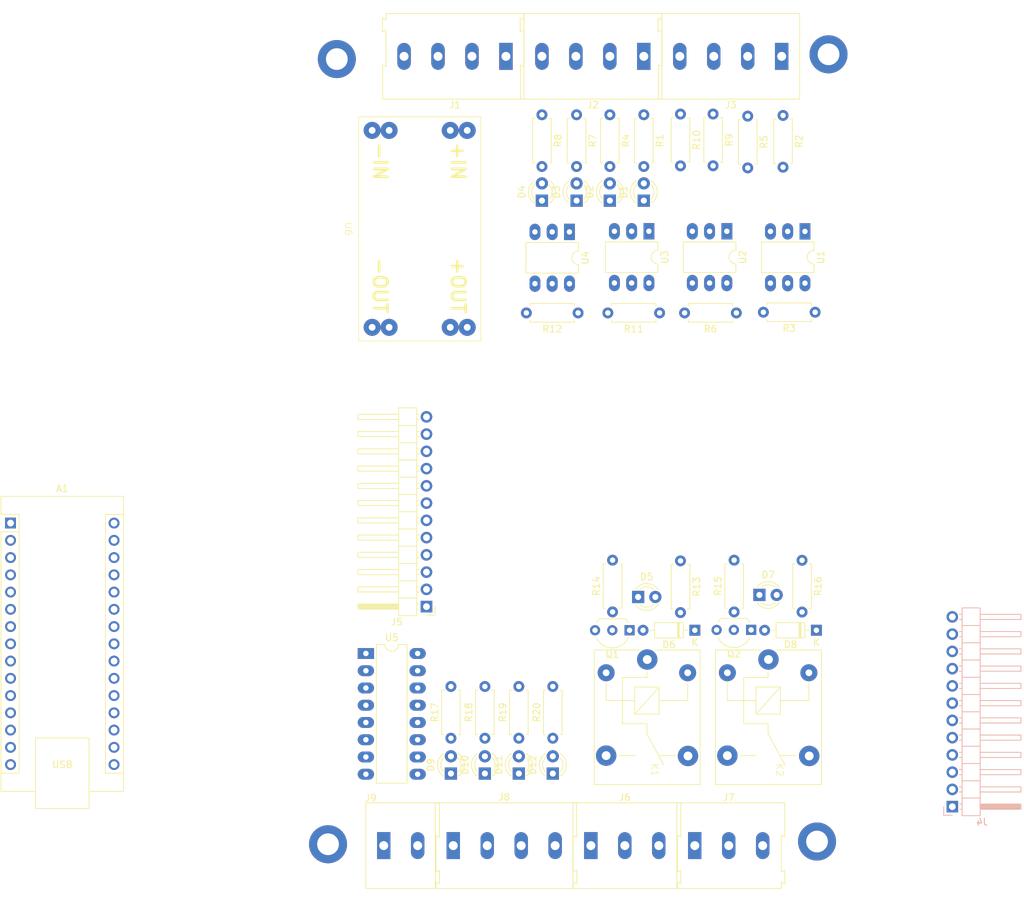
<source format=kicad_pcb>
(kicad_pcb (version 20240108) (generator "pcbnew") (generator_version "8.0")
  (layers (0 "F.Cu" signal) (31 "B.Cu" signal) (34 "B.Paste" user) (35 "F.Paste" user) (36 "B.SilkS" user "B.Silkscreen") (37 "F.SilkS" user "F.Silkscreen") (38 "B.Mask" user) (39 "F.Mask" user) (44 "Edge.Cuts" user))
  (net 0 "")
  (net 1 "/DI3m")
  (net 2 "/SCK")
  (net 3 "/DI1m")
  (net 4 "/RLY0")
  (net 5 "/RLY1")
  (net 6 "/PWM1")
  (net 7 "/SDA")
  (net 8 "GND")
  (net 9 "/SS")
  (net 10 "/DI0m")
  (net 11 "/MOSI")
  (net 13 "+5V")
  (net 15 "/AI0")
  (net 16 "/MISO")
  (net 18 "/PWM0")
  (net 20 "/RXm")
  (net 22 "+3.3V")
  (net 23 "/SCL")
  (net 24 "/PWM2")
  (net 25 "/AI1")
  (net 27 "/DI2m")
  (net 28 "/PWM3")
  (net 29 "/TXm")
  (net 30 "Net-(D1-A)")
  (net 31 "GND1")
  (net 32 "Net-(D2-A)")
  (net 33 "Net-(D3-A)")
  (net 34 "Net-(D4-A)")
  (net 35 "/DI0")
  (net 36 "/DI3")
  (net 37 "/DI1")
  (net 38 "/DI2")
  (net 39 "VDD")
  (net 40 "Net-(R2-Pad2)")
  (net 41 "Net-(R5-Pad2)")
  (net 42 "Net-(R9-Pad2)")
  (net 43 "Net-(R10-Pad2)")
  (net 52 "/PWM1m")
  (net 53 "/PWM3m")
  (net 54 "/PWM2m")
  (net 55 "/PWM0m")
  (net 56 "Net-(D5-A)")
  (net 57 "Net-(D5-K)")
  (net 58 "Net-(D7-K)")
  (net 59 "Net-(D7-A)")
  (net 60 "Net-(J6-Pin_2)")
  (net 61 "Net-(J6-Pin_3)")
  (net 62 "Net-(J6-Pin_1)")
  (net 63 "Net-(J7-Pin_3)")
  (net 64 "Net-(J7-Pin_2)")
  (net 65 "Net-(J7-Pin_1)")
  (net 66 "Net-(Q1-B)")
  (net 67 "Net-(Q2-B)")
  (net 68 "Net-(D9-A)")
  (net 69 "Net-(D10-A)")
  (net 70 "Net-(D11-A)")
  (net 71 "Net-(D12-A)")
  (footprint "Package_DIP:DIP-16_W7.62mm_LongPads" (layer "F.Cu") (at 66.78 128.72)
    (property "Reference" "U5" (at 3.81 -2.33 360) (layer "F.SilkS"))
    (property "Value" "L293D")
    (pad "1" thru_hole rect (at 0 0) (size 2.4 1.6) (drill 0.8) (layers "*.Cu" "*.Mask") (net 13 "+5V"))
    (pad "2" thru_hole oval (at 0 2.54) (size 2.4 1.6) (drill 0.8) (layers "*.Cu" "*.Mask") (net 55 "/PWM0m"))
    (pad "3" thru_hole oval (at 0 5.08) (size 2.4 1.6) (drill 0.8) (layers "*.Cu" "*.Mask") (net 18 "/PWM0"))
    (pad "4" thru_hole oval (at 0 7.62) (size 2.4 1.6) (drill 0.8) (layers "*.Cu" "*.Mask") (net 8 "GND"))
    (pad "5" thru_hole oval (at 0 10.16) (size 2.4 1.6) (drill 0.8) (layers "*.Cu" "*.Mask") (net 8 "GND"))
    (pad "6" thru_hole oval (at 0 12.7) (size 2.4 1.6) (drill 0.8) (layers "*.Cu" "*.Mask") (net 6 "/PWM1"))
    (pad "7" thru_hole oval (at 0 15.24) (size 2.4 1.6) (drill 0.8) (layers "*.Cu" "*.Mask") (net 52 "/PWM1m"))
    (pad "8" thru_hole oval (at 0 17.78) (size 2.4 1.6) (drill 0.8) (layers "*.Cu" "*.Mask") (net 39 "VDD"))
    (pad "9" thru_hole oval (at 7.62 17.78) (size 2.4 1.6) (drill 0.8) (layers "*.Cu" "*.Mask") (net 13 "+5V"))
    (pad "10" thru_hole oval (at 7.62 15.24) (size 2.4 1.6) (drill 0.8) (layers "*.Cu" "*.Mask") (net 54 "/PWM2m"))
    (pad "11" thru_hole oval (at 7.62 12.7) (size 2.4 1.6) (drill 0.8) (layers "*.Cu" "*.Mask") (net 24 "/PWM2"))
    (pad "12" thru_hole oval (at 7.62 10.16) (size 2.4 1.6) (drill 0.8) (layers "*.Cu" "*.Mask") (net 8 "GND"))
    (pad "13" thru_hole oval (at 7.62 7.62) (size 2.4 1.6) (drill 0.8) (layers "*.Cu" "*.Mask") (net 8 "GND"))
    (pad "14" thru_hole oval (at 7.62 5.08) (size 2.4 1.6) (drill 0.8) (layers "*.Cu" "*.Mask") (net 28 "/PWM3"))
    (pad "15" thru_hole oval (at 7.62 2.54) (size 2.4 1.6) (drill 0.8) (layers "*.Cu" "*.Mask") (net 53 "/PWM3m"))
    (pad "16" thru_hole oval (at 7.62 0) (size 2.4 1.6) (drill 0.8) (layers "*.Cu" "*.Mask") (net 13 "+5V"))
  )
  (footprint "LED_THT:LED_D3.0mm_IRBlack" (layer "F.Cu") (at 79.3 146.4 90)
    (property "Reference" "D9" (at 1.27 -2.96 90) (layer "F.SilkS"))
    (property "Value" "DI0")
    (pad "1" thru_hole rect (at 0 0 90) (size 1.8 1.8) (drill 0.9) (layers "*.Cu" "*.Mask") (net 8 "GND"))
    (pad "2" thru_hole circle (at 2.54 0 90) (size 1.8 1.8) (drill 0.9) (layers "*.Cu" "*.Mask") (net 68 "Net-(D9-A)"))
  )
  (footprint "Resistor_THT:R_Axial_DIN0207_L6.3mm_D2.5mm_P7.62mm_Horizontal" (layer "F.Cu") (at 132.925 78.475 180)
    (property "Reference" "R3" (at 3.81 -2.37 0) (layer "F.SilkS"))
    (property "Value" "2.2k")
    (pad "1" thru_hole circle (at 0 0 180) (size 1.6 1.6) (drill 0.8) (layers "*.Cu" "*.Mask") (net 8 "GND"))
    (pad "2" thru_hole oval (at 7.62 0 180) (size 1.6 1.6) (drill 0.8) (layers "*.Cu" "*.Mask") (net 1 "/DI3m"))
  )
  (footprint "Codigo_lib:Relay" (layer "F.Cu") (at 107.855 138.16 -90)
    (property "Reference" "K1" (at 7.7 -1.45 -90) (layer "F.SilkS") (effects (font (thickness 0.1))))
    (property "Value" "~")
    (pad "1" thru_hole circle (at -8.55 -0.35) (size 3 3) (drill 1.3) (layers "*.Cu" "*.Mask") (net 60 "Net-(J6-Pin_2)"))
    (pad "2" thru_hole circle (at -6.6 5.7) (size 2.5 2.5) (drill 1) (layers "*.Cu" "*.Mask") (net 57 "Net-(D5-K)"))
    (pad "3" thru_hole circle (at 5.6 5.7) (size 3 3) (drill 1.3) (layers "*.Cu" "*.Mask") (net 62 "Net-(J6-Pin_1)"))
    (pad "4" thru_hole circle (at 5.65 -6.35) (size 3 3) (drill 1.3) (layers "*.Cu" "*.Mask") (net 61 "Net-(J6-Pin_3)"))
    (pad "5" thru_hole circle (at -6.6 -6.3) (size 2.5 2.5) (drill 1) (layers "*.Cu" "*.Mask") (net 13 "+5V"))
  )
  (footprint "Resistor_THT:R_Axial_DIN0207_L6.3mm_D2.5mm_P7.62mm_Horizontal" (layer "F.Cu") (at 97.8 49.4 -90)
    (property "Reference" "R7" (at 3.81 -2.37 90) (layer "F.SilkS"))
    (property "Value" "2.2k")
    (pad "1" thru_hole circle (at 0 0 270) (size 1.6 1.6) (drill 0.8) (layers "*.Cu" "*.Mask") (net 37 "/DI1"))
    (pad "2" thru_hole oval (at 7.62 0 270) (size 1.6 1.6) (drill 0.8) (layers "*.Cu" "*.Mask") (net 33 "Net-(D3-A)"))
  )
  (footprint "Package_TO_SOT_THT:TO-92L_Inline_Wide" (layer "F.Cu") (at 105.6 125.3 180)
    (property "Reference" "Q1" (at 2.54 -3.56 180) (layer "F.SilkS"))
    (property "Value" "BC548")
    (pad "1" thru_hole rect (at 0 0 180) (size 1.5 1.5) (drill 0.8) (layers "*.Cu" "*.Mask") (net 57 "Net-(D5-K)"))
    (pad "2" thru_hole circle (at 2.54 0 180) (size 1.5 1.5) (drill 0.8) (layers "*.Cu" "*.Mask") (net 66 "Net-(Q1-B)"))
    (pad "3" thru_hole circle (at 5.08 0 180) (size 1.5 1.5) (drill 0.8) (layers "*.Cu" "*.Mask") (net 8 "GND"))
  )
  (footprint "Resistor_THT:R_Axial_DIN0207_L6.3mm_D2.5mm_P7.62mm_Horizontal" (layer "F.Cu") (at 117.9 49.29 -90)
    (property "Reference" "R9" (at 3.81 -2.37 90) (layer "F.SilkS"))
    (property "Value" "2.2k")
    (pad "1" thru_hole circle (at 0 0 270) (size 1.6 1.6) (drill 0.8) (layers "*.Cu" "*.Mask") (net 37 "/DI1"))
    (pad "2" thru_hole oval (at 7.62 0 270) (size 1.6 1.6) (drill 0.8) (layers "*.Cu" "*.Mask") (net 42 "Net-(R9-Pad2)"))
  )
  (footprint "MountingHole:MountingHole_3.2mm_M3_DIN965_Pad" (layer "F.Cu") (at 62.5 41.2)
    (property "Reference" "REF**" (hide yes))
    (property "Value" "MountingHole_3.2mm_M3_DIN965_Pad" (hide yes))
    (pad "1" thru_hole circle (at 0 0) (size 5.6 5.6) (drill 3.2) (layers "*.Cu" "*.Mask"))
  )
  (footprint "Resistor_THT:R_Axial_DIN0207_L6.3mm_D2.5mm_P7.62mm_Horizontal" (layer "F.Cu") (at 123 49.6 -90)
    (property "Reference" "R5" (at 3.81 -2.37 90) (layer "F.SilkS"))
    (property "Value" "2.2k")
    (pad "1" thru_hole circle (at 0 0 270) (size 1.6 1.6) (drill 0.8) (layers "*.Cu" "*.Mask") (net 38 "/DI2"))
    (pad "2" thru_hole oval (at 7.62 0 270) (size 1.6 1.6) (drill 0.8) (layers "*.Cu" "*.Mask") (net 41 "Net-(R5-Pad2)"))
  )
  (footprint "Resistor_THT:R_Axial_DIN0207_L6.3mm_D2.5mm_P7.62mm_Horizontal" (layer "F.Cu") (at 94.3 141.2 90)
    (property "Reference" "R20" (at 3.81 -2.37 90) (layer "F.SilkS"))
    (property "Value" "330")
    (pad "1" thru_hole circle (at 0 0 90) (size 1.6 1.6) (drill 0.8) (layers "*.Cu" "*.Mask") (net 71 "Net-(D12-A)"))
    (pad "2" thru_hole oval (at 7.62 0 90) (size 1.6 1.6) (drill 0.8) (layers "*.Cu" "*.Mask") (net 55 "/PWM0m"))
  )
  (footprint "Package_DIP:DIP-6_W7.62mm_LongPads" (layer "F.Cu") (at 108.45 66.55 -90)
    (property "Reference" "U3" (at 3.81 -2.33 90) (layer "F.SilkS"))
    (property "Value" "4N35")
    (pad "1" thru_hole rect (at 0 0 270) (size 2.4 1.6) (drill 0.8) (layers "*.Cu" "*.Mask") (net 42 "Net-(R9-Pad2)"))
    (pad "2" thru_hole oval (at 0 2.54 270) (size 2.4 1.6) (drill 0.8) (layers "*.Cu" "*.Mask") (net 31 "GND1"))
    (pad "3" thru_hole oval (at 0 5.08 270) (size 2.4 1.6) (drill 0.8) (layers "*.Cu" "*.Mask"))
    (pad "4" thru_hole oval (at 7.62 5.08 270) (size 2.4 1.6) (drill 0.8) (layers "*.Cu" "*.Mask") (net 3 "/DI1m"))
    (pad "5" thru_hole oval (at 7.62 2.54 270) (size 2.4 1.6) (drill 0.8) (layers "*.Cu" "*.Mask") (net 13 "+5V"))
    (pad "6" thru_hole oval (at 7.62 0 270) (size 2.4 1.6) (drill 0.8) (layers "*.Cu" "*.Mask"))
  )
  (footprint "Module:Arduino_Nano" (layer "F.Cu") (at 14.46 109.52)
    (property "Reference" "A1" (at 7.62 -5.08 360) (layer "F.SilkS"))
    (property "Value" "Arduino Nano")
    (fp_text user "USB" (at 7.62 35.56 0) (layer "F.SilkS"))
    (pad "1" thru_hole rect (at 0 0) (size 1.6 1.6) (drill 1) (layers "*.Cu" "*.Mask"))
    (pad "2" thru_hole oval (at 0 2.54) (size 1.6 1.6) (drill 1) (layers "*.Cu" "*.Mask"))
    (pad "3" thru_hole oval (at 0 5.08) (size 1.6 1.6) (drill 1) (layers "*.Cu" "*.Mask"))
    (pad "4" thru_hole oval (at 0 7.62) (size 1.6 1.6) (drill 1) (layers "*.Cu" "*.Mask") (net 8 "GND"))
    (pad "5" thru_hole oval (at 0 10.16) (size 1.6 1.6) (drill 1) (layers "*.Cu" "*.Mask") (net 20 "/RXm"))
    (pad "6" thru_hole oval (at 0 12.7) (size 1.6 1.6) (drill 1) (layers "*.Cu" "*.Mask") (net 55 "/PWM0m"))
    (pad "7" thru_hole oval (at 0 15.24) (size 1.6 1.6) (drill 1) (layers "*.Cu" "*.Mask") (net 29 "/TXm"))
    (pad "8" thru_hole oval (at 0 17.78) (size 1.6 1.6) (drill 1) (layers "*.Cu" "*.Mask") (net 52 "/PWM1m"))
    (pad "9" thru_hole oval (at 0 20.32) (size 1.6 1.6) (drill 1) (layers "*.Cu" "*.Mask") (net 54 "/PWM2m"))
    (pad "10" thru_hole oval (at 0 22.86) (size 1.6 1.6) (drill 1) (layers "*.Cu" "*.Mask") (net 4 "/RLY0"))
    (pad "11" thru_hole oval (at 0 25.4) (size 1.6 1.6) (drill 1) (layers "*.Cu" "*.Mask") (net 5 "/RLY1"))
    (pad "12" thru_hole oval (at 0 27.94) (size 1.6 1.6) (drill 1) (layers "*.Cu" "*.Mask") (net 53 "/PWM3m"))
    (pad "13" thru_hole oval (at 0 30.48) (size 1.6 1.6) (drill 1) (layers "*.Cu" "*.Mask") (net 9 "/SS"))
    (pad "14" thru_hole oval (at 0 33.02) (size 1.6 1.6) (drill 1) (layers "*.Cu" "*.Mask") (net 11 "/MOSI"))
    (pad "15" thru_hole oval (at 0 35.56) (size 1.6 1.6) (drill 1) (layers "*.Cu" "*.Mask") (net 16 "/MISO"))
    (pad "16" thru_hole oval (at 15.24 35.56) (size 1.6 1.6) (drill 1) (layers "*.Cu" "*.Mask") (net 2 "/SCK"))
    (pad "17" thru_hole oval (at 15.24 33.02) (size 1.6 1.6) (drill 1) (layers "*.Cu" "*.Mask") (net 22 "+3.3V"))
    (pad "18" thru_hole oval (at 15.24 30.48) (size 1.6 1.6) (drill 1) (layers "*.Cu" "*.Mask"))
    (pad "19" thru_hole oval (at 15.24 27.94) (size 1.6 1.6) (drill 1) (layers "*.Cu" "*.Mask") (net 10 "/DI0m"))
    (pad "20" thru_hole oval (at 15.24 25.4) (size 1.6 1.6) (drill 1) (layers "*.Cu" "*.Mask") (net 3 "/DI1m"))
    (pad "21" thru_hole oval (at 15.24 22.86) (size 1.6 1.6) (drill 1) (layers "*.Cu" "*.Mask") (net 27 "/DI2m"))
    (pad "22" thru_hole oval (at 15.24 20.32) (size 1.6 1.6) (drill 1) (layers "*.Cu" "*.Mask") (net 1 "/DI3m"))
    (pad "23" thru_hole oval (at 15.24 17.78) (size 1.6 1.6) (drill 1) (layers "*.Cu" "*.Mask") (net 7 "/SDA"))
    (pad "24" thru_hole oval (at 15.24 15.24) (size 1.6 1.6) (drill 1) (layers "*.Cu" "*.Mask") (net 23 "/SCL"))
    (pad "25" thru_hole oval (at 15.24 12.7) (size 1.6 1.6) (drill 1) (layers "*.Cu" "*.Mask") (net 25 "/AI1"))
    (pad "26" thru_hole oval (at 15.24 10.16) (size 1.6 1.6) (drill 1) (layers "*.Cu" "*.Mask") (net 15 "/AI0"))
    (pad "27" thru_hole oval (at 15.24 7.62) (size 1.6 1.6) (drill 1) (layers "*.Cu" "*.Mask") (net 13 "+5V"))
    (pad "28" thru_hole oval (at 15.24 5.08) (size 1.6 1.6) (drill 1) (layers "*.Cu" "*.Mask"))
    (pad "29" thru_hole oval (at 15.24 2.54) (size 1.6 1.6) (drill 1) (layers "*.Cu" "*.Mask") (net 8 "GND"))
    (pad "30" thru_hole oval (at 15.24 0) (size 1.6 1.6) (drill 1) (layers "*.Cu" "*.Mask"))
  )
  (footprint "Resistor_THT:R_Axial_DIN0207_L6.3mm_D2.5mm_P7.62mm_Horizontal" (layer "F.Cu") (at 102.7 49.4 -90)
    (property "Reference" "R4" (at 3.81 -2.37 90) (layer "F.SilkS"))
    (property "Value" "2.2k")
    (pad "1" thru_hole circle (at 0 0 270) (size 1.6 1.6) (drill 0.8) (layers "*.Cu" "*.Mask") (net 38 "/DI2"))
    (pad "2" thru_hole oval (at 7.62 0 270) (size 1.6 1.6) (drill 0.8) (layers "*.Cu" "*.Mask") (net 32 "Net-(D2-A)"))
  )
  (footprint "Resistor_THT:R_Axial_DIN0207_L6.3mm_D2.5mm_P7.62mm_Horizontal" (layer "F.Cu") (at 113.1 49.3 -90)
    (property "Reference" "R10" (at 3.81 -2.37 90) (layer "F.SilkS"))
    (property "Value" "2.2k")
    (pad "1" thru_hole circle (at 0 0 270) (size 1.6 1.6) (drill 0.8) (layers "*.Cu" "*.Mask") (net 35 "/DI0"))
    (pad "2" thru_hole oval (at 7.62 0 270) (size 1.6 1.6) (drill 0.8) (layers "*.Cu" "*.Mask") (net 43 "Net-(R10-Pad2)"))
  )
  (footprint "TerminalBlock:TerminalBlock_Altech_AK300-2_P5.00mm" (layer "F.Cu") (at 69.405 157.01)
    (property "Reference" "J9" (at -1.92 -6.99 0) (layer "F.SilkS"))
    (property "Value" "PWR_OUT")
    (pad "1" thru_hole rect (at 0 0) (size 1.98 3.96) (drill 1.32) (layers "*.Cu" "*.Mask") (net 8 "GND"))
    (pad "2" thru_hole oval (at 5 0) (size 1.98 3.96) (drill 1.32) (layers "*.Cu" "*.Mask") (net 39 "VDD"))
  )
  (footprint "Codigo_lib:Relay" (layer "F.Cu") (at 125.705 138.16 -90)
    (property "Reference" "K2" (at 7.7 -2 -90) (layer "F.SilkS") (effects (font (thickness 0.1))))
    (property "Value" "~")
    (pad "1" thru_hole circle (at -8.55 -0.35) (size 3 3) (drill 1.3) (layers "*.Cu" "*.Mask") (net 64 "Net-(J7-Pin_2)"))
    (pad "2" thru_hole circle (at -6.6 5.7) (size 2.5 2.5) (drill 1) (layers "*.Cu" "*.Mask") (net 58 "Net-(D7-K)"))
    (pad "3" thru_hole circle (at 5.6 5.7) (size 3 3) (drill 1.3) (layers "*.Cu" "*.Mask") (net 65 "Net-(J7-Pin_1)"))
    (pad "4" thru_hole circle (at 5.65 -6.35) (size 3 3) (drill 1.3) (layers "*.Cu" "*.Mask") (net 63 "Net-(J7-Pin_3)"))
    (pad "5" thru_hole circle (at -6.6 -6.3) (size 2.5 2.5) (drill 1) (layers "*.Cu" "*.Mask") (net 13 "+5V"))
  )
  (footprint "Resistor_THT:R_Axial_DIN0207_L6.3mm_D2.5mm_P7.62mm_Horizontal" (layer "F.Cu") (at 107.7 49.4 -90)
    (property "Reference" "R1" (at 3.81 -2.37 90) (layer "F.SilkS"))
    (property "Value" "2.2k")
    (pad "1" thru_hole circle (at 0 0 270) (size 1.6 1.6) (drill 0.8) (layers "*.Cu" "*.Mask") (net 36 "/DI3"))
    (pad "2" thru_hole oval (at 7.62 0 270) (size 1.6 1.6) (drill 0.8) (layers "*.Cu" "*.Mask") (net 30 "Net-(D1-A)"))
  )
  (footprint "TerminalBlock:TerminalBlock_Altech_AK300-3_P5.00mm" (layer "F.Cu") (at 99.905 157.01)
    (property "Reference" "J6" (at 5 -7.1 0) (layer "F.SilkS"))
    (property "Value" "RLY0")
    (pad "1" thru_hole rect (at 0 0) (size 1.98 3.96) (drill 1.32) (layers "*.Cu" "*.Mask") (net 62 "Net-(J6-Pin_1)"))
    (pad "2" thru_hole oval (at 5 0) (size 1.98 3.96) (drill 1.32) (layers "*.Cu" "*.Mask") (net 60 "Net-(J6-Pin_2)"))
    (pad "3" thru_hole oval (at 10 0) (size 1.98 3.96) (drill 1.32) (layers "*.Cu" "*.Mask") (net 61 "Net-(J6-Pin_3)"))
  )
  (footprint "TerminalBlock:TerminalBlock_Altech_AK300-3_P5.00mm" (layer "F.Cu") (at 115.205 157.01)
    (property "Reference" "J7" (at 5 -7.1 0) (layer "F.SilkS"))
    (property "Value" "RLY1")
    (pad "1" thru_hole rect (at 0 0) (size 1.98 3.96) (drill 1.32) (layers "*.Cu" "*.Mask") (net 65 "Net-(J7-Pin_1)"))
    (pad "2" thru_hole oval (at 5 0) (size 1.98 3.96) (drill 1.32) (layers "*.Cu" "*.Mask") (net 64 "Net-(J7-Pin_2)"))
    (pad "3" thru_hole oval (at 10 0) (size 1.98 3.96) (drill 1.32) (layers "*.Cu" "*.Mask") (net 63 "Net-(J7-Pin_3)"))
  )
  (footprint "TerminalBlock:TerminalBlock_Altech_AK300-4_P5.00mm" (layer "F.Cu") (at 87.4 40.8 180)
    (property "Reference" "J1" (at 7.5 -7.15 0) (layer "F.SilkS"))
    (property "Value" "PWR_IN")
    (pad "1" thru_hole rect (at 0 0 180) (size 1.98 3.96) (drill 1.32) (layers "*.Cu" "*.Mask") (net 39 "VDD"))
    (pad "2" thru_hole oval (at 5 0 180) (size 1.98 3.96) (drill 1.32) (layers "*.Cu" "*.Mask") (net 39 "VDD"))
    (pad "3" thru_hole oval (at 10 0 180) (size 1.98 3.96) (drill 1.32) (layers "*.Cu" "*.Mask") (net 31 "GND1"))
    (pad "4" thru_hole oval (at 15 0 180) (size 1.98 3.96) (drill 1.32) (layers "*.Cu" "*.Mask") (net 31 "GND1"))
  )
  (footprint "LED_THT:LED_D3.0mm_IRBlack" (layer "F.Cu") (at 124.725 120.1)
    (property "Reference" "D7" (at 1.27 -2.96 0) (layer "F.SilkS"))
    (property "Value" "DI0")
    (pad "1" thru_hole rect (at 0 0) (size 1.8 1.8) (drill 0.9) (layers "*.Cu" "*.Mask") (net 58 "Net-(D7-K)"))
    (pad "2" thru_hole circle (at 2.54 0) (size 1.8 1.8) (drill 0.9) (layers "*.Cu" "*.Mask") (net 59 "Net-(D7-A)"))
  )
  (footprint "LED_THT:LED_D3.0mm_IRBlack" (layer "F.Cu") (at 97.8 62.04 90)
    (property "Reference" "D3" (at 1.27 -2.96 90) (layer "F.SilkS"))
    (property "Value" "DI0")
    (pad "1" thru_hole rect (at 0 0 90) (size 1.8 1.8) (drill 0.9) (layers "*.Cu" "*.Mask") (net 31 "GND1"))
    (pad "2" thru_hole circle (at 2.54 0 90) (size 1.8 1.8) (drill 0.9) (layers "*.Cu" "*.Mask") (net 33 "Net-(D3-A)"))
  )
  (footprint "Package_DIP:DIP-6_W7.62mm_LongPads" (layer "F.Cu") (at 96.75 66.65 -90)
    (property "Reference" "U4" (at 3.81 -2.33 90) (layer "F.SilkS"))
    (property "Value" "4N35")
    (pad "1" thru_hole rect (at 0 0 270) (size 2.4 1.6) (drill 0.8) (layers "*.Cu" "*.Mask") (net 43 "Net-(R10-Pad2)"))
    (pad "2" thru_hole oval (at 0 2.54 270) (size 2.4 1.6) (drill 0.8) (layers "*.Cu" "*.Mask") (net 31 "GND1"))
    (pad "3" thru_hole oval (at 0 5.08 270) (size 2.4 1.6) (drill 0.8) (layers "*.Cu" "*.Mask"))
    (pad "4" thru_hole oval (at 7.62 5.08 270) (size 2.4 1.6) (drill 0.8) (layers "*.Cu" "*.Mask") (net 10 "/DI0m"))
    (pad "5" thru_hole oval (at 7.62 2.54 270) (size 2.4 1.6) (drill 0.8) (layers "*.Cu" "*.Mask") (net 13 "+5V"))
    (pad "6" thru_hole oval (at 7.62 0 270) (size 2.4 1.6) (drill 0.8) (layers "*.Cu" "*.Mask"))
  )
  (footprint "Resistor_THT:R_Axial_DIN0207_L6.3mm_D2.5mm_P7.62mm_Horizontal" (layer "F.Cu") (at 121.325 78.575 180)
    (property "Reference" "R6" (at 3.81 -2.37 0) (layer "F.SilkS"))
    (property "Value" "2.2k")
    (pad "1" thru_hole circle (at 0 0 180) (size 1.6 1.6) (drill 0.8) (layers "*.Cu" "*.Mask") (net 8 "GND"))
    (pad "2" thru_hole oval (at 7.62 0 180) (size 1.6 1.6) (drill 0.8) (layers "*.Cu" "*.Mask") (net 27 "/DI2m"))
  )
  (footprint "MountingHole:MountingHole_3.2mm_M3_DIN965_Pad" (layer "F.Cu") (at 134.9 40.5)
    (property "Reference" "REF**" (hide yes))
    (property "Value" "MountingHole_3.2mm_M3_DIN965_Pad" (hide yes))
    (pad "1" thru_hole circle (at 0 0) (size 5.6 5.6) (drill 3.2) (layers "*.Cu" "*.Mask"))
  )
  (footprint "TerminalBlock:TerminalBlock_Altech_AK300-4_P5.00mm" (layer "F.Cu") (at 128 40.8 180)
    (property "Reference" "J3" (at 7.5 -7.15 0) (layer "F.SilkS"))
    (property "Value" "AI")
    (pad "1" thru_hole rect (at 0 0 180) (size 1.98 3.96) (drill 1.32) (layers "*.Cu" "*.Mask") (net 25 "/AI1"))
    (pad "2" thru_hole oval (at 5 0 180) (size 1.98 3.96) (drill 1.32) (layers "*.Cu" "*.Mask") (net 15 "/AI0"))
    (pad "3" thru_hole oval (at 10 0 180) (size 1.98 3.96) (drill 1.32) (layers "*.Cu" "*.Mask") (net 13 "+5V"))
    (pad "4" thru_hole oval (at 15 0 180) (size 1.98 3.96) (drill 1.32) (layers "*.Cu" "*.Mask") (net 8 "GND"))
  )
  (footprint "TerminalBlock:TerminalBlock_Altech_AK300-4_P5.00mm" (layer "F.Cu") (at 107.7 40.8 180)
    (property "Reference" "J2" (at 7.5 -7.15 0) (layer "F.SilkS"))
    (property "Value" "DI")
    (pad "1" thru_hole rect (at 0 0 180) (size 1.98 3.96) (drill 1.32) (layers "*.Cu" "*.Mask") (net 36 "/DI3"))
    (pad "2" thru_hole oval (at 5 0 180) (size 1.98 3.96) (drill 1.32) (layers "*.Cu" "*.Mask") (net 38 "/DI2"))
    (pad "3" thru_hole oval (at 10 0 180) (size 1.98 3.96) (drill 1.32) (layers "*.Cu" "*.Mask") (net 37 "/DI1"))
    (pad "4" thru_hole oval (at 15 0 180) (size 1.98 3.96) (drill 1.32) (layers "*.Cu" "*.Mask") (net 35 "/DI0"))
  )
  (footprint "Resistor_THT:R_Axial_DIN0207_L6.3mm_D2.5mm_P7.62mm_Horizontal" (layer "F.Cu") (at 131 115 -90)
    (property "Reference" "R16" (at 3.81 -2.37 90) (layer "F.SilkS"))
    (property "Value" "2.2k")
    (pad "1" thru_hole circle (at 0 0 270) (size 1.6 1.6) (drill 0.8) (layers "*.Cu" "*.Mask") (net 59 "Net-(D7-A)"))
    (pad "2" thru_hole oval (at 7.62 0 270) (size 1.6 1.6) (drill 0.8) (layers "*.Cu" "*.Mask") (net 13 "+5V"))
  )
  (footprint "TerminalBlock:TerminalBlock_Altech_AK300-4_P5.00mm" (layer "F.Cu") (at 79.645 157.01)
    (property "Reference" "J8" (at 7.5 -7.15 0) (layer "F.SilkS"))
    (property "Value" "PWM")
    (pad "1" thru_hole rect (at 0 0) (size 1.98 3.96) (drill 1.32) (layers "*.Cu" "*.Mask") (net 18 "/PWM0"))
    (pad "2" thru_hole oval (at 5 0) (size 1.98 3.96) (drill 1.32) (layers "*.Cu" "*.Mask") (net 6 "/PWM1"))
    (pad "3" thru_hole oval (at 10 0) (size 1.98 3.96) (drill 1.32) (layers "*.Cu" "*.Mask") (net 24 "/PWM2"))
    (pad "4" thru_hole oval (at 15 0) (size 1.98 3.96) (drill 1.32) (layers "*.Cu" "*.Mask") (net 28 "/PWM3"))
  )
  (footprint "Resistor_THT:R_Axial_DIN0207_L6.3mm_D2.5mm_P7.62mm_Horizontal" (layer "F.Cu") (at 121 122.6 90)
    (property "Reference" "R15" (at 3.81 -2.37 90) (layer "F.SilkS"))
    (property "Value" "2.2k")
    (pad "1" thru_hole circle (at 0 0 90) (size 1.6 1.6) (drill 0.8) (layers "*.Cu" "*.Mask") (net 67 "Net-(Q2-B)"))
    (pad "2" thru_hole oval (at 7.62 0 90) (size 1.6 1.6) (drill 0.8) (layers "*.Cu" "*.Mask") (net 5 "/RLY1"))
  )
  (footprint "Resistor_THT:R_Axial_DIN0207_L6.3mm_D2.5mm_P7.62mm_Horizontal" (layer "F.Cu") (at 98.025 78.575 180)
    (property "Reference" "R12" (at 3.81 -2.37 0) (layer "F.SilkS"))
    (property "Value" "2.2k")
    (pad "1" thru_hole circle (at 0 0 180) (size 1.6 1.6) (drill 0.8) (layers "*.Cu" "*.Mask") (net 8 "GND"))
    (pad "2" thru_hole oval (at 7.62 0 180) (size 1.6 1.6) (drill 0.8) (layers "*.Cu" "*.Mask") (net 10 "/DI0m"))
  )
  (footprint "LED_THT:LED_D3.0mm_IRBlack" (layer "F.Cu") (at 89.3 146.4 90)
    (property "Reference" "D11" (at 1.27 -2.96 90) (layer "F.SilkS"))
    (property "Value" "DI0")
    (pad "1" thru_hole rect (at 0 0 90) (size 1.8 1.8) (drill 0.9) (layers "*.Cu" "*.Mask") (net 8 "GND"))
    (pad "2" thru_hole circle (at 2.54 0 90) (size 1.8 1.8) (drill 0.9) (layers "*.Cu" "*.Mask") (net 70 "Net-(D11-A)"))
  )
  (footprint "Resistor_THT:R_Axial_DIN0207_L6.3mm_D2.5mm_P7.62mm_Horizontal" (layer "F.Cu") (at 113.1 115.08 -90)
    (property "Reference" "R13" (at 3.81 -2.37 90) (layer "F.SilkS"))
    (property "Value" "2.2k")
    (pad "1" thru_hole circle (at 0 0 270) (size 1.6 1.6) (drill 0.8) (layers "*.Cu" "*.Mask") (net 56 "Net-(D5-A)"))
    (pad "2" thru_hole oval (at 7.62 0 270) (size 1.6 1.6) (drill 0.8) (layers "*.Cu" "*.Mask") (net 13 "+5V"))
  )
  (footprint "LED_THT:LED_D3.0mm_IRBlack" (layer "F.Cu") (at 92.7 62.04 90)
    (property "Reference" "D4" (at 1.27 -2.96 90) (layer "F.SilkS"))
    (property "Value" "DI0")
    (pad "1" thru_hole rect (at 0 0 90) (size 1.8 1.8) (drill 0.9) (layers "*.Cu" "*.Mask") (net 31 "GND1"))
    (pad "2" thru_hole circle (at 2.54 0 90) (size 1.8 1.8) (drill 0.9) (layers "*.Cu" "*.Mask") (net 34 "Net-(D4-A)"))
  )
  (footprint "Package_DIP:DIP-6_W7.62mm_LongPads" (layer "F.Cu") (at 119.925 66.555 -90)
    (property "Reference" "U2" (at 3.81 -2.33 90) (layer "F.SilkS"))
    (property "Value" "4N35")
    (pad "1" thru_hole rect (at 0 0 270) (size 2.4 1.6) (drill 0.8) (layers "*.Cu" "*.Mask") (net 41 "Net-(R5-Pad2)"))
    (pad "2" thru_hole oval (at 0 2.54 270) (size 2.4 1.6) (drill 0.8) (layers "*.Cu" "*.Mask") (net 31 "GND1"))
    (pad "3" thru_hole oval (at 0 5.08 270) (size 2.4 1.6) (drill 0.8) (layers "*.Cu" "*.Mask"))
    (pad "4" thru_hole oval (at 7.62 5.08 270) (size 2.4 1.6) (drill 0.8) (layers "*.Cu" "*.Mask") (net 27 "/DI2m"))
    (pad "5" thru_hole oval (at 7.62 2.54 270) (size 2.4 1.6) (drill 0.8) (layers "*.Cu" "*.Mask") (net 13 "+5V"))
    (pad "6" thru_hole oval (at 7.62 0 270) (size 2.4 1.6) (drill 0.8) (layers "*.Cu" "*.Mask"))
  )
  (footprint "Diode_THT:D_DO-35_SOD27_P7.62mm_Horizontal" (layer "F.Cu") (at 133.11 125.3 180)
    (property "Reference" "D8" (at 3.81 -2.12 0) (layer "F.SilkS"))
    (property "Value" "1N4148")
    (fp_text user "K" (at 0 -1.8 0) (layer "F.SilkS"))
    (pad "1" thru_hole rect (at 0 0 180) (size 1.6 1.6) (drill 0.8) (layers "*.Cu" "*.Mask") (net 13 "+5V"))
    (pad "2" thru_hole oval (at 7.62 0 180) (size 1.6 1.6) (drill 0.8) (layers "*.Cu" "*.Mask") (net 58 "Net-(D7-K)"))
  )
  (footprint "Codigo_lib:Mini 560 Pro" (layer "F.Cu") (at 74.7 66.2 -90)
    (property "Reference" "U6" (at 0 10.5 -90) (layer "F.SilkS") (effects (font (thickness 0.1))))
    (property "Value" "+5V")
    (fp_text user "-OUT" (at 4 7 -90) (layer "F.SilkS") (effects (font (size 2 2) (thickness 0.4) (bold yes)) (justify left bottom)))
    (fp_text user "+OUT" (at 4 -4.5 -90) (layer "F.SilkS") (effects (font (size 2 2) (thickness 0.4) (bold yes)) (justify left bottom)))
    (fp_text user "-IN" (at -13 7 -90) (layer "F.SilkS") (effects (font (size 2 2) (thickness 0.4) (bold yes)) (justify left bottom)))
    (fp_text user "+IN" (at -13 -4.5 -90) (layer "F.SilkS") (effects (font (size 2 2) (thickness 0.4) (bold yes)) (justify left bottom)))
    (pad "1" thru_hole circle (at -14.5 -7 270) (size 2.5 2.5) (drill 1) (layers "*.Cu" "*.Mask") (net 39 "VDD"))
    (pad "1" thru_hole circle (at -14.5 -4.5 270) (size 2.5 2.5) (drill 1) (layers "*.Cu" "*.Mask") (net 39 "VDD"))
    (pad "2" thru_hole circle (at -14.5 4.5 270) (size 2.5 2.5) (drill 1) (layers "*.Cu" "*.Mask") (net 31 "GND1"))
    (pad "2" thru_hole circle (at -14.5 7 270) (size 2.5 2.5) (drill 1) (layers "*.Cu" "*.Mask") (net 31 "GND1"))
    (pad "3" thru_hole circle (at 14.5 -7 270) (size 2.5 2.5) (drill 1) (layers "*.Cu" "*.Mask") (net 13 "+5V"))
    (pad "3" thru_hole circle (at 14.5 -4.5 270) (size 2.5 2.5) (drill 1) (layers "*.Cu" "*.Mask") (net 13 "+5V"))
    (pad "4" thru_hole circle (at 14.5 4.5 270) (size 2.5 2.5) (drill 1) (layers "*.Cu" "*.Mask") (net 8 "GND"))
    (pad "4" thru_hole circle (at 14.5 7 270) (size 2.5 2.5) (drill 1) (layers "*.Cu" "*.Mask") (net 8 "GND"))
  )
  (footprint "Package_TO_SOT_THT:TO-92L_Inline_Wide" (layer "F.Cu") (at 123.5 125.25 180)
    (property "Reference" "Q2" (at 2.54 -3.56 0) (layer "F.SilkS"))
    (property "Value" "BC548")
    (pad "1" thru_hole rect (at 0 0 180) (size 1.5 1.5) (drill 0.8) (layers "*.Cu" "*.Mask") (net 58 "Net-(D7-K)"))
    (pad "2" thru_hole circle (at 2.54 0 180) (size 1.5 1.5) (drill 0.8) (layers "*.Cu" "*.Mask") (net 67 "Net-(Q2-B)"))
    (pad "3" thru_hole circle (at 5.08 0 180) (size 1.5 1.5) (drill 0.8) (layers "*.Cu" "*.Mask") (net 8 "GND"))
  )
  (footprint "LED_THT:LED_D3.0mm_IRBlack" (layer "F.Cu") (at 107.7 62.04 90)
    (property "Reference" "D1" (at 1.27 -2.96 90) (layer "F.SilkS"))
    (property "Value" "DI0")
    (pad "1" thru_hole rect (at 0 0 90) (size 1.8 1.8) (drill 0.9) (layers "*.Cu" "*.Mask") (net 31 "GND1"))
    (pad "2" thru_hole circle (at 2.54 0 90) (size 1.8 1.8) (drill 0.9) (layers "*.Cu" "*.Mask") (net 30 "Net-(D1-A)"))
  )
  (footprint "MountingHole:MountingHole_3.2mm_M3_DIN965_Pad" (layer "F.Cu") (at 133.205 156.41)
    (property "Reference" "REF**" (hide yes))
    (property "Value" "MountingHole_3.2mm_M3_DIN965_Pad" (hide yes))
    (pad "1" thru_hole circle (at 0 0) (size 5.6 5.6) (drill 3.2) (layers "*.Cu" "*.Mask"))
  )
  (footprint "Connector_PinHeader_2.54mm:PinHeader_1x12_P2.54mm_Horizontal" (layer "F.Cu") (at 75.7 121.82 180)
    (property "Reference" "J5" (at 4.385 -2.27 0) (layer "F.SilkS"))
    (property "Value" "FlagOut")
    (pad "1" thru_hole rect (at 0 0 180) (size 1.7 1.7) (drill 1) (layers "*.Cu" "*.Mask") (net 31 "GND1"))
    (pad "2" thru_hole oval (at 0 2.54 180) (size 1.7 1.7) (drill 1) (layers "*.Cu" "*.Mask") (net 39 "VDD"))
    (pad "3" thru_hole oval (at 0 5.08 180) (size 1.7 1.7) (drill 1) (layers "*.Cu" "*.Mask") (net 8 "GND"))
    (pad "4" thru_hole oval (at 0 7.62 180) (size 1.7 1.7) (drill 1) (layers "*.Cu" "*.Mask") (net 13 "+5V"))
    (pad "5" thru_hole oval (at 0 10.16 180) (size 1.7 1.7) (drill 1) (layers "*.Cu" "*.Mask") (net 29 "/TXm"))
    (pad "6" thru_hole oval (at 0 12.7 180) (size 1.7 1.7) (drill 1) (layers "*.Cu" "*.Mask") (net 20 "/RXm"))
    (pad "7" thru_hole oval (at 0 15.24 180) (size 1.7 1.7) (drill 1) (layers "*.Cu" "*.Mask") (net 23 "/SCL"))
    (pad "8" thru_hole oval (at 0 17.78 180) (size 1.7 1.7) (drill 1) (layers "*.Cu" "*.Mask") (net 7 "/SDA"))
    (pad "9" thru_hole oval (at 0 20.32 180) (size 1.7 1.7) (drill 1) (layers "*.Cu" "*.Mask") (net 2 "/SCK"))
    (pad "10" thru_hole oval (at 0 22.86 180) (size 1.7 1.7) (drill 1) (layers "*.Cu" "*.Mask") (net 11 "/MOSI"))
    (pad "11" thru_hole oval (at 0 25.4 180) (size 1.7 1.7) (drill 1) (layers "*.Cu" "*.Mask") (net 16 "/MISO"))
    (pad "12" thru_hole oval (at 0 27.94 180) (size 1.7 1.7) (drill 1) (layers "*.Cu" "*.Mask") (net 9 "/SS"))
  )
  (footprint "Resistor_THT:R_Axial_DIN0207_L6.3mm_D2.5mm_P7.62mm_Horizontal" (layer "F.Cu") (at 128.2 49.5 -90)
    (property "Reference" "R2" (at 3.81 -2.37 90) (layer "F.SilkS"))
    (property "Value" "2.2k")
    (pad "1" thru_hole circle (at 0 0 270) (size 1.6 1.6) (drill 0.8) (layers "*.Cu" "*.Mask") (net 36 "/DI3"))
    (pad "2" thru_hole oval (at 7.62 0 270) (size 1.6 1.6) (drill 0.8) (layers "*.Cu" "*.Mask") (net 40 "Net-(R2-Pad2)"))
  )
  (footprint "LED_THT:LED_D3.0mm_IRBlack" (layer "F.Cu") (at 106.86 120.4)
    (property "Reference" "D5" (at 1.27 -2.96 0) (layer "F.SilkS"))
    (property "Value" "DI0")
    (pad "1" thru_hole rect (at 0 0) (size 1.8 1.8) (drill 0.9) (layers "*.Cu" "*.Mask") (net 57 "Net-(D5-K)"))
    (pad "2" thru_hole circle (at 2.54 0) (size 1.8 1.8) (drill 0.9) (layers "*.Cu" "*.Mask") (net 56 "Net-(D5-A)"))
  )
  (footprint "LED_THT:LED_D3.0mm_IRBlack" (layer "F.Cu") (at 102.7 62.04 90)
    (property "Reference" "D2" (at 1.27 -2.96 90) (layer "F.SilkS"))
    (property "Value" "DI0")
    (pad "1" thru_hole rect (at 0 0 90) (size 1.8 1.8) (drill 0.9) (layers "*.Cu" "*.Mask") (net 31 "GND1"))
    (pad "2" thru_hole circle (at 2.54 0 90) (size 1.8 1.8) (drill 0.9) (layers "*.Cu" "*.Mask") (net 32 "Net-(D2-A)"))
  )
  (footprint "Resistor_THT:R_Axial_DIN0207_L6.3mm_D2.5mm_P7.62mm_Horizontal" (layer "F.Cu") (at 79.3 141.2 90)
    (property "Reference" "R17" (at 3.81 -2.37 90) (layer "F.SilkS"))
    (property "Value" "330")
    (pad "1" thru_hole circle (at 0 0 90) (size 1.6 1.6) (drill 0.8) (layers "*.Cu" "*.Mask") (net 68 "Net-(D9-A)"))
    (pad "2" thru_hole oval (at 7.62 0 90) (size 1.6 1.6) (drill 0.8) (layers "*.Cu" "*.Mask") (net 53 "/PWM3m"))
  )
  (footprint "Resistor_THT:R_Axial_DIN0207_L6.3mm_D2.5mm_P7.62mm_Horizontal" (layer "F.Cu") (at 92.7 49.4 -90)
    (property "Reference" "R8" (at 3.81 -2.37 90) (layer "F.SilkS"))
    (property "Value" "2.2k")
    (pad "1" thru_hole circle (at 0 0 270) (size 1.6 1.6) (drill 0.8) (layers "*.Cu" "*.Mask") (net 35 "/DI0"))
    (pad "2" thru_hole oval (at 7.62 0 270) (size 1.6 1.6) (drill 0.8) (layers "*.Cu" "*.Mask") (net 34 "Net-(D4-A)"))
  )
  (footprint "Resistor_THT:R_Axial_DIN0207_L6.3mm_D2.5mm_P7.62mm_Horizontal" (layer "F.Cu") (at 89.3 141.2 90)
    (property "Reference" "R19" (at 3.81 -2.37 90) (layer "F.SilkS"))
    (property "Value" "330")
    (pad "1" thru_hole circle (at 0 0 90) (size 1.6 1.6) (drill 0.8) (layers "*.Cu" "*.Mask") (net 70 "Net-(D11-A)"))
    (pad "2" thru_hole oval (at 7.62 0 90) (size 1.6 1.6) (drill 0.8) (layers "*.Cu" "*.Mask") (net 52 "/PWM1m"))
  )
  (footprint "Package_DIP:DIP-6_W7.62mm_LongPads" (layer "F.Cu") (at 131.425 66.575 -90)
    (property "Reference" "U1" (at 3.81 -2.33 90) (layer "F.SilkS"))
    (property "Value" "4N35")
    (pad "1" thru_hole rect (at 0 0 270) (size 2.4 1.6) (drill 0.8) (layers "*.Cu" "*.Mask") (net 40 "Net-(R2-Pad2)"))
    (pad "2" thru_hole oval (at 0 2.54 270) (size 2.4 1.6) (drill 0.8) (layers "*.Cu" "*.Mask") (net 31 "GND1"))
    (pad "3" thru_hole oval (at 0 5.08 270) (size 2.4 1.6) (drill 0.8) (layers "*.Cu" "*.Mask"))
    (pad "4" thru_hole oval (at 7.62 5.08 270) (size 2.4 1.6) (drill 0.8) (layers "*.Cu" "*.Mask") (net 1 "/DI3m"))
    (pad "5" thru_hole oval (at 7.62 2.54 270) (size 2.4 1.6) (drill 0.8) (layers "*.Cu" "*.Mask") (net 13 "+5V"))
    (pad "6" thru_hole oval (at 7.62 0 270) (size 2.4 1.6) (drill 0.8) (layers "*.Cu" "*.Mask"))
  )
  (footprint "Resistor_THT:R_Axial_DIN0207_L6.3mm_D2.5mm_P7.62mm_Horizontal" (layer "F.Cu") (at 84.3 141.2 90)
    (property "Reference" "R18" (at 3.81 -2.37 90) (layer "F.SilkS"))
    (property "Value" "330")
    (pad "1" thru_hole circle (at 0 0 90) (size 1.6 1.6) (drill 0.8) (layers "*.Cu" "*.Mask") (net 69 "Net-(D10-A)"))
    (pad "2" thru_hole oval (at 7.62 0 90) (size 1.6 1.6) (drill 0.8) (layers "*.Cu" "*.Mask") (net 54 "/PWM2m"))
  )
  (footprint "LED_THT:LED_D3.0mm_IRBlack" (layer "F.Cu") (at 84.3 146.4 90)
    (property "Reference" "D10" (at 1.27 -2.96 90) (layer "F.SilkS"))
    (property "Value" "DI0")
    (pad "1" thru_hole rect (at 0 0 90) (size 1.8 1.8) (drill 0.9) (layers "*.Cu" "*.Mask") (net 8 "GND"))
    (pad "2" thru_hole circle (at 2.54 0 90) (size 1.8 1.8) (drill 0.9) (layers "*.Cu" "*.Mask") (net 69 "Net-(D10-A)"))
  )
  (footprint "LED_THT:LED_D3.0mm_IRBlack" (layer "F.Cu") (at 94.3 146.4 90)
    (property "Reference" "D12" (at 1.27 -2.96 90) (layer "F.SilkS"))
    (property "Value" "DI0")
    (pad "1" thru_hole rect (at 0 0 90) (size 1.8 1.8) (drill 0.9) (layers "*.Cu" "*.Mask") (net 8 "GND"))
    (pad "2" thru_hole circle (at 2.54 0 90) (size 1.8 1.8) (drill 0.9) (layers "*.Cu" "*.Mask") (net 71 "Net-(D12-A)"))
  )
  (footprint "Resistor_THT:R_Axial_DIN0207_L6.3mm_D2.5mm_P7.62mm_Horizontal" (layer "F.Cu") (at 110.025 78.575 180)
    (property "Reference" "R11" (at 3.81 -2.37 0) (layer "F.SilkS"))
    (property "Value" "2.2k")
    (pad "1" thru_hole circle (at 0 0 180) (size 1.6 1.6) (drill 0.8) (layers "*.Cu" "*.Mask") (net 8 "GND"))
    (pad "2" thru_hole oval (at 7.62 0 180) (size 1.6 1.6) (drill 0.8) (layers "*.Cu" "*.Mask") (net 3 "/DI1m"))
  )
  (footprint "Resistor_THT:R_Axial_DIN0207_L6.3mm_D2.5mm_P7.62mm_Horizontal" (layer "F.Cu") (at 103.1 122.6 90)
    (property "Reference" "R14" (at 3.81 -2.37 90) (layer "F.SilkS"))
    (property "Value" "2.2k")
    (pad "1" thru_hole circle (at 0 0 90) (size 1.6 1.6) (drill 0.8) (layers "*.Cu" "*.Mask") (net 66 "Net-(Q1-B)"))
    (pad "2" thru_hole oval (at 7.62 0 90) (size 1.6 1.6) (drill 0.8) (layers "*.Cu" "*.Mask") (net 4 "/RLY0"))
  )
  (footprint "Diode_THT:D_DO-35_SOD27_P7.62mm_Horizontal" (layer "F.Cu") (at 115.21 125.3 180)
    (property "Reference" "D6" (at 3.81 -2.12 0) (layer "F.SilkS"))
    (property "Value" "1N4148")
    (fp_text user "K" (at 0 -1.8 0) (layer "F.SilkS"))
    (pad "1" thru_hole rect (at 0 0 180) (size 1.6 1.6) (drill 0.8) (layers "*.Cu" "*.Mask") (net 13 "+5V"))
    (pad "2" thru_hole oval (at 7.62 0 180) (size 1.6 1.6) (drill 0.8) (layers "*.Cu" "*.Mask") (net 57 "Net-(D5-K)"))
  )
  (footprint "MountingHole:MountingHole_3.2mm_M3_DIN965_Pad" (layer "F.Cu") (at 61.205 156.81)
    (property "Reference" "REF**" (hide yes))
    (property "Value" "MountingHole_3.2mm_M3_DIN965_Pad" (hide yes))
    (pad "1" thru_hole circle (at 0 0) (size 5.6 5.6) (drill 3.2) (layers "*.Cu" "*.Mask"))
  )
  (footprint "Connector_PinHeader_2.54mm:PinHeader_1x12_P2.54mm_Horizontal" (layer "B.Cu") (at 153.125 151.275)
    (property "Reference" "J4" (at 4.385 2.27 0) (layer "B.SilkS") (effects (justify mirror)))
    (property "Value" "FlagIn")
    (pad "1" thru_hole rect (at 0 0) (size 1.7 1.7) (drill 1) (layers "*.Cu" "*.Mask") (net 31 "GND1"))
    (pad "2" thru_hole oval (at 0 -2.54) (size 1.7 1.7) (drill 1) (layers "*.Cu" "*.Mask") (net 39 "VDD"))
    (pad "3" thru_hole oval (at 0 -5.08) (size 1.7 1.7) (drill 1) (layers "*.Cu" "*.Mask") (net 8 "GND"))
    (pad "4" thru_hole oval (at 0 -7.62) (size 1.7 1.7) (drill 1) (layers "*.Cu" "*.Mask") (net 13 "+5V"))
    (pad "5" thru_hole oval (at 0 -10.16) (size 1.7 1.7) (drill 1) (layers "*.Cu" "*.Mask") (net 29 "/TXm"))
    (pad "6" thru_hole oval (at 0 -12.7) (size 1.7 1.7) (drill 1) (layers "*.Cu" "*.Mask") (net 20 "/RXm"))
    (pad "7" thru_hole oval (at 0 -15.24) (size 1.7 1.7) (drill 1) (layers "*.Cu" "*.Mask") (net 23 "/SCL"))
    (pad "8" thru_hole oval (at 0 -17.78) (size 1.7 1.7) (drill 1) (layers "*.Cu" "*.Mask") (net 7 "/SDA"))
    (pad "9" thru_hole oval (at 0 -20.32) (size 1.7 1.7) (drill 1) (layers "*.Cu" "*.Mask") (net 2 "/SCK"))
    (pad "10" thru_hole oval (at 0 -22.86) (size 1.7 1.7) (drill 1) (layers "*.Cu" "*.Mask") (net 11 "/MOSI"))
    (pad "11" thru_hole oval (at 0 -25.4) (size 1.7 1.7) (drill 1) (layers "*.Cu" "*.Mask") (net 16 "/MISO"))
    (pad "12" thru_hole oval (at 0 -27.94) (size 1.7 1.7) (drill 1) (layers "*.Cu" "*.Mask") (net 9 "/SS"))
  )
)
</source>
